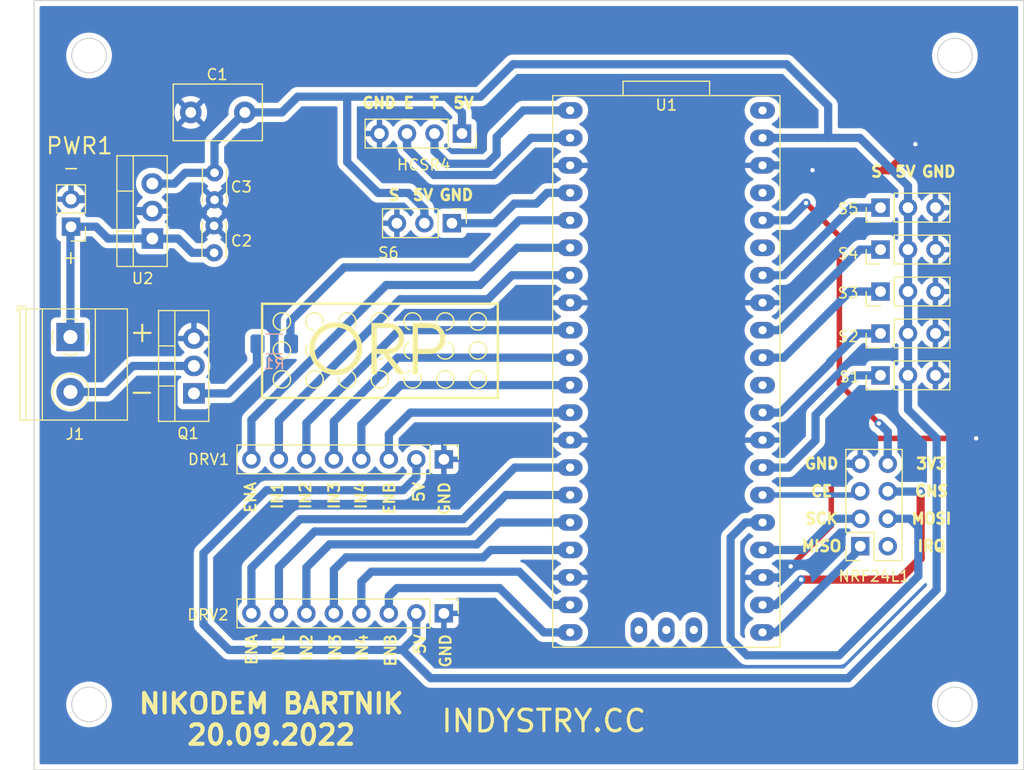
<source format=kicad_pcb>
(kicad_pcb (version 20211014) (generator pcbnew)
  (layers (0 "F.Cu" signal) (31 "B.Cu" signal) (34 "B.Paste" user) (35 "F.Paste" user) (36 "B.SilkS" user "B.Silkscreen") (37 "F.SilkS" user "F.Silkscreen") (38 "B.Mask" user) (39 "F.Mask" user) (44 "Edge.Cuts" user))
  (net 0 "")
  (net 1 "+5V")
  (net 2 "GND")
  (net 3 "+12V")
  (net 4 "Net-(J1-Pad2)")
  (net 5 "S1")
  (net 6 "S4")
  (net 7 "S2")
  (net 8 "S5")
  (net 9 "S3")
  (net 10 "S6")
  (net 11 "CE")
  (net 12 "SCK")
  (net 13 "MISO")
  (net 14 "IRQ")
  (net 15 "MOSI")
  (net 16 "CNS")
  (net 17 "+3V3")
  (net 18 "TRIG")
  (net 19 "ECHO")
  (net 20 "DRV1_ENB")
  (net 21 "DRV1_IN4")
  (net 22 "DRV1_IN3")
  (net 23 "DRV1_IN2")
  (net 24 "DRV1_IN1")
  (net 25 "DRV1_ENA")
  (net 26 "DRV2_ENB")
  (net 27 "DRV2_IN4")
  (net 28 "DRV2_IN3")
  (net 29 "DRV2_IN2")
  (net 30 "DRV2_IN1")
  (net 31 "DRV2_ENA")
  (net 32 "Net-(Q1-Pad1)")
  (net 33 "HP1")
  (footprint "Connector_PinHeader_2.54mm:PinHeader_1x03_P2.54mm_Vertical" (layer "F.Cu") (at 182.350066 89.200185 90)
    (fp_text reference "S2" (at -0.294552 -2.969842 180) (layer "F.SilkS"))
    (fp_text value "S2")
    (pad "1" thru_hole rect (at 0 0 90) (size 1.7 1.7) (drill 1) (layers *.Cu *.Mask) (net 7 "S2"))
    (pad "2" thru_hole oval (at 0 2.54 90) (size 1.7 1.7) (drill 1) (layers *.Cu *.Mask) (net 1 "+5V"))
    (pad "3" thru_hole oval (at 0 5.08 90) (size 1.7 1.7) (drill 1) (layers *.Cu *.Mask) (net 2 "GND"))
  )
  (footprint "Connector_PinHeader_2.54mm:PinHeader_1x03_P2.54mm_Vertical" (layer "F.Cu") (at 142.744794 79.009677 -90)
    (fp_text reference "S6" (at 2.738128 5.858675 180) (layer "F.SilkS"))
    (fp_text value "S6")
    (pad "1" thru_hole rect (at 0 0 270) (size 1.7 1.7) (drill 1) (layers *.Cu *.Mask) (net 10 "S6"))
    (pad "2" thru_hole oval (at 0 2.54 270) (size 1.7 1.7) (drill 1) (layers *.Cu *.Mask) (net 1 "+5V"))
    (pad "3" thru_hole oval (at 0 5.08 270) (size 1.7 1.7) (drill 1) (layers *.Cu *.Mask) (net 2 "GND"))
  )
  (footprint "Connector_PinSocket_2.54mm:PinSocket_2x04_P2.54mm_Vertical" (layer "F.Cu") (at 180.48 108.87 180)
    (fp_text reference "NRF24L1" (at -1.27 -2.77) (layer "F.SilkS"))
    (fp_text value "NRF24L01")
    (pad "1" thru_hole rect (at 0 0 180) (size 1.7 1.7) (drill 1) (layers *.Cu *.Mask) (net 13 "MISO"))
    (pad "2" thru_hole oval (at -2.54 0 180) (size 1.7 1.7) (drill 1) (layers *.Cu *.Mask) (net 14 "IRQ"))
    (pad "3" thru_hole oval (at 0 2.54 180) (size 1.7 1.7) (drill 1) (layers *.Cu *.Mask) (net 12 "SCK"))
    (pad "4" thru_hole oval (at -2.54 2.54 180) (size 1.7 1.7) (drill 1) (layers *.Cu *.Mask) (net 15 "MOSI"))
    (pad "5" thru_hole oval (at 0 5.08 180) (size 1.7 1.7) (drill 1) (layers *.Cu *.Mask) (net 11 "CE"))
    (pad "6" thru_hole oval (at -2.54 5.08 180) (size 1.7 1.7) (drill 1) (layers *.Cu *.Mask) (net 16 "CNS"))
    (pad "7" thru_hole oval (at 0 7.62 180) (size 1.7 1.7) (drill 1) (layers *.Cu *.Mask) (net 2 "GND"))
    (pad "8" thru_hole oval (at -2.54 7.62 180) (size 1.7 1.7) (drill 1) (layers *.Cu *.Mask) (net 17 "+3V3"))
  )
  (footprint "Connector_PinHeader_2.54mm:PinHeader_1x08_P2.54mm_Vertical" (layer "F.Cu") (at 142.001709 115.081334 -90)
    (fp_text reference "DRV2" (at 0.135244 21.795199 180) (layer "F.SilkS"))
    (fp_text value "DRV2")
    (pad "1" thru_hole rect (at 0 0 270) (size 1.7 1.7) (drill 1) (layers *.Cu *.Mask) (net 2 "GND"))
    (pad "2" thru_hole oval (at 0 2.54 270) (size 1.7 1.7) (drill 1) (layers *.Cu *.Mask) (net 1 "+5V"))
    (pad "3" thru_hole oval (at 0 5.08 270) (size 1.7 1.7) (drill 1) (layers *.Cu *.Mask) (net 26 "DRV2_ENB"))
    (pad "4" thru_hole oval (at 0 7.62 270) (size 1.7 1.7) (drill 1) (layers *.Cu *.Mask) (net 27 "DRV2_IN4"))
    (pad "5" thru_hole oval (at 0 10.16 270) (size 1.7 1.7) (drill 1) (layers *.Cu *.Mask) (net 28 "DRV2_IN3"))
    (pad "6" thru_hole oval (at 0 12.7 270) (size 1.7 1.7) (drill 1) (layers *.Cu *.Mask) (net 29 "DRV2_IN2"))
    (pad "7" thru_hole oval (at 0 15.24 270) (size 1.7 1.7) (drill 1) (layers *.Cu *.Mask) (net 30 "DRV2_IN1"))
    (pad "8" thru_hole oval (at 0 17.78 270) (size 1.7 1.7) (drill 1) (layers *.Cu *.Mask) (net 31 "DRV2_ENA"))
  )
  (footprint "Capacitor_THT:C_Disc_D3.0mm_W2.0mm_P2.50mm" (layer "F.Cu") (at 120.774938 81.744299 90)
    (fp_text reference "C2" (at 1.099277 2.533634 180) (layer "F.SilkS"))
    (fp_text value "100u")
    (pad "1" thru_hole circle (at 0 0 90) (size 1.6 1.6) (drill 0.8) (layers *.Cu *.Mask) (net 3 "+12V"))
    (pad "2" thru_hole circle (at 2.5 0 90) (size 1.6 1.6) (drill 0.8) (layers *.Cu *.Mask) (net 2 "GND"))
  )
  (footprint "Connector_PinHeader_2.54mm:PinHeader_1x03_P2.54mm_Vertical" (layer "F.Cu") (at 182.350066 77.568768 90)
    (fp_text reference "S5" (at -0.096581 -2.989379 180) (layer "F.SilkS"))
    (fp_text value "S5")
    (pad "1" thru_hole rect (at 0 0 90) (size 1.7 1.7) (drill 1) (layers *.Cu *.Mask) (net 8 "S5"))
    (pad "2" thru_hole oval (at 0 2.54 90) (size 1.7 1.7) (drill 1) (layers *.Cu *.Mask) (net 1 "+5V"))
    (pad "3" thru_hole oval (at 0 5.08 90) (size 1.7 1.7) (drill 1) (layers *.Cu *.Mask) (net 2 "GND"))
  )
  (footprint "Connector_PinHeader_2.54mm:PinHeader_1x03_P2.54mm_Vertical" (layer "F.Cu") (at 182.350066 81.445907 90)
    (fp_text reference "S4" (at -0.371559 -2.989565 180) (layer "F.SilkS"))
    (fp_text value "S4")
    (pad "1" thru_hole rect (at 0 0 90) (size 1.7 1.7) (drill 1) (layers *.Cu *.Mask) (net 6 "S4"))
    (pad "2" thru_hole oval (at 0 2.54 90) (size 1.7 1.7) (drill 1) (layers *.Cu *.Mask) (net 1 "+5V"))
    (pad "3" thru_hole oval (at 0 5.08 90) (size 1.7 1.7) (drill 1) (layers *.Cu *.Mask) (net 2 "GND"))
  )
  (footprint "Capacitor_THT:C_Disc_D8.0mm_W5.0mm_P5.00mm" (layer "F.Cu") (at 123.615284 68.76294 180)
    (fp_text reference "C1" (at 2.560284 3.502265) (layer "F.SilkS"))
    (fp_text value "C")
    (pad "1" thru_hole circle (at 0 0 180) (size 2 2) (drill 1) (layers *.Cu *.Mask) (net 1 "+5V"))
    (pad "2" thru_hole circle (at 5 0 180) (size 2 2) (drill 1) (layers *.Cu *.Mask) (net 2 "GND"))
  )
  (footprint "LOGO" (layer "F.Cu") (at 136.091952 90.801482)
    (fp_text reference "G***" hide)
    (fp_text value "LOGO" hide)
  )
  (footprint "Connector_PinHeader_2.54mm:PinHeader_1x03_P2.54mm_Vertical" (layer "F.Cu") (at 182.350066 85.323046 90)
    (fp_text reference "S3" (at -0.131102 -2.998292 180) (layer "F.SilkS"))
    (fp_text value "S3")
    (pad "1" thru_hole rect (at 0 0 90) (size 1.7 1.7) (drill 1) (layers *.Cu *.Mask) (net 9 "S3"))
    (pad "2" thru_hole oval (at 0 2.54 90) (size 1.7 1.7) (drill 1) (layers *.Cu *.Mask) (net 1 "+5V"))
    (pad "3" thru_hole oval (at 0 5.08 90) (size 1.7 1.7) (drill 1) (layers *.Cu *.Mask) (net 2 "GND"))
  )
  (footprint "Connector_PinHeader_2.54mm:PinHeader_1x02_P2.54mm_Vertical" (layer "F.Cu") (at 107.55447 79.330594 180)
    (fp_text reference "PWR1" (at -0.78626 7.466743) (layer "F.SilkS") (effects (font (size 1.5 1.5) (thickness 0.2))))
    (fp_text value "VIN")
    (pad "1" thru_hole rect (at 0 0 180) (size 1.7 1.7) (drill 1) (layers *.Cu *.Mask) (net 3 "+12V"))
    (pad "2" thru_hole oval (at 0 2.54 180) (size 1.7 1.7) (drill 1) (layers *.Cu *.Mask) (net 2 "GND"))
  )
  (footprint "Connector_PinHeader_2.54mm:PinHeader_1x08_P2.54mm_Vertical" (layer "F.Cu") (at 142.001709 100.841334 -90)
    (fp_text reference "DRV1" (at 0.006416 21.734266 180) (layer "F.SilkS"))
    (fp_text value "DRV1")
    (pad "1" thru_hole rect (at 0 0 270) (size 1.7 1.7) (drill 1) (layers *.Cu *.Mask) (net 2 "GND"))
    (pad "2" thru_hole oval (at 0 2.54 270) (size 1.7 1.7) (drill 1) (layers *.Cu *.Mask) (net 1 "+5V"))
    (pad "3" thru_hole oval (at 0 5.08 270) (size 1.7 1.7) (drill 1) (layers *.Cu *.Mask) (net 20 "DRV1_ENB"))
    (pad "4" thru_hole oval (at 0 7.62 270) (size 1.7 1.7) (drill 1) (layers *.Cu *.Mask) (net 21 "DRV1_IN4"))
    (pad "5" thru_hole oval (at 0 10.16 270) (size 1.7 1.7) (drill 1) (layers *.Cu *.Mask) (net 22 "DRV1_IN3"))
    (pad "6" thru_hole oval (at 0 12.7 270) (size 1.7 1.7) (drill 1) (layers *.Cu *.Mask) (net 23 "DRV1_IN2"))
    (pad "7" thru_hole oval (at 0 15.24 270) (size 1.7 1.7) (drill 1) (layers *.Cu *.Mask) (net 24 "DRV1_IN1"))
    (pad "8" thru_hole oval (at 0 17.78 270) (size 1.7 1.7) (drill 1) (layers *.Cu *.Mask) (net 25 "DRV1_ENA"))
  )
  (footprint "Connector_PinSocket_2.54mm:PinSocket_1x04_P2.54mm_Vertical" (layer "F.Cu") (at 143.676567 70.718025 -90)
    (fp_text reference "HCSR4" (at 2.894344 3.531213 180) (layer "F.SilkS"))
    (fp_text value "HCSR04")
    (pad "1" thru_hole rect (at 0 0 270) (size 1.7 1.7) (drill 1) (layers *.Cu *.Mask) (net 1 "+5V"))
    (pad "2" thru_hole oval (at 0 2.54 270) (size 1.7 1.7) (drill 1) (layers *.Cu *.Mask) (net 18 "TRIG"))
    (pad "3" thru_hole oval (at 0 5.08 270) (size 1.7 1.7) (drill 1) (layers *.Cu *.Mask) (net 19 "ECHO"))
    (pad "4" thru_hole oval (at 0 7.62 270) (size 1.7 1.7) (drill 1) (layers *.Cu *.Mask) (net 2 "GND"))
  )
  (footprint "Connector_PinHeader_2.54mm:PinHeader_1x03_P2.54mm_Vertical" (layer "F.Cu") (at 182.350066 93.077324 90)
    (fp_text reference "S1" (at -0.136988 -2.835366 180) (layer "F.SilkS"))
    (fp_text value "S1")
    (pad "1" thru_hole rect (at 0 0 90) (size 1.7 1.7) (drill 1) (layers *.Cu *.Mask) (net 5 "S1"))
    (pad "2" thru_hole oval (at 0 2.54 90) (size 1.7 1.7) (drill 1) (layers *.Cu *.Mask) (net 1 "+5V"))
    (pad "3" thru_hole oval (at 0 5.08 90) (size 1.7 1.7) (drill 1) (layers *.Cu *.Mask) (net 2 "GND"))
  )
  (footprint "RaspberryPi:raspberry pi pico" (layer "F.Cu") (at 162.56 68.58)
    (fp_text reference "U1" (at 0 -0.5 unlocked) (layer "F.SilkS"))
    (fp_text value "pi pico")
    (pad "1" thru_hole oval (at -8.89 0) (size 2.3 1.524) (drill 0.762) (layers *.Cu *.Mask) (net 18 "TRIG"))
    (pad "2" thru_hole oval (at -8.89 2.54) (size 2.3 1.524) (drill 0.762) (layers *.Cu *.Mask) (net 19 "ECHO"))
    (pad "3" thru_hole oval (at -8.89 5.08) (size 2.3 1.524) (drill 0.762) (layers *.Cu *.Mask) (net 2 "GND"))
    (pad "4" thru_hole oval (at -8.89 7.62) (size 2.3 1.524) (drill 0.762) (layers *.Cu *.Mask) (net 10 "S6"))
    (pad "5" thru_hole oval (at -8.89 10.16) (size 2.3 1.524) (drill 0.762) (layers *.Cu *.Mask) (net 33 "HP1"))
    (pad "6" thru_hole oval (at -8.89 12.7) (size 2.3 1.524) (drill 0.762) (layers *.Cu *.Mask) (net 25 "DRV1_ENA"))
    (pad "7" thru_hole oval (at -8.89 15.24) (size 2.3 1.524) (drill 0.762) (layers *.Cu *.Mask) (net 24 "DRV1_IN1"))
    (pad "8" thru_hole oval (at -8.89 17.78) (size 2.3 1.524) (drill 0.762) (layers *.Cu *.Mask) (net 2 "GND"))
    (pad "9" thru_hole oval (at -8.89 20.32) (size 2.3 1.524) (drill 0.762) (layers *.Cu *.Mask) (net 23 "DRV1_IN2"))
    (pad "10" thru_hole oval (at -8.89 22.86) (size 2.3 1.524) (drill 0.762) (layers *.Cu *.Mask) (net 22 "DRV1_IN3"))
    (pad "11" thru_hole oval (at -8.89 25.4) (size 2.3 1.524) (drill 0.762) (layers *.Cu *.Mask) (net 21 "DRV1_IN4"))
    (pad "12" thru_hole oval (at -8.89 27.94) (size 2.3 1.524) (drill 0.762) (layers *.Cu *.Mask) (net 20 "DRV1_ENB"))
    (pad "13" thru_hole oval (at -8.89 30.48) (size 2.3 1.524) (drill 0.762) (layers *.Cu *.Mask) (net 2 "GND"))
    (pad "14" thru_hole oval (at -8.89 33.02) (size 2.3 1.524) (drill 0.762) (layers *.Cu *.Mask) (net 31 "DRV2_ENA"))
    (pad "15" thru_hole oval (at -8.89 35.56) (size 2.3 1.524) (drill 0.762) (layers *.Cu *.Mask) (net 30 "DRV2_IN1"))
    (pad "16" thru_hole oval (at -8.89 38.1) (size 2.3 1.524) (drill 0.762) (layers *.Cu *.Mask) (net 29 "DRV2_IN2"))
    (pad "17" thru_hole oval (at -8.89 40.64) (size 2.3 1.524) (drill 0.762) (layers *.Cu *.Mask) (net 28 "DRV2_IN3"))
    (pad "18" thru_hole oval (at -8.89 43.18) (size 2.3 1.524) (drill 0.762) (layers *.Cu *.Mask) (net 2 "GND"))
    (pad "19" thru_hole oval (at -8.89 45.72) (size 2.3 1.524) (drill 0.762) (layers *.Cu *.Mask) (net 27 "DRV2_IN4"))
    (pad "20" thru_hole oval (at -8.89 48.26) (size 2.3 1.524) (drill 0.762) (layers *.Cu *.Mask) (net 26 "DRV2_ENB"))
    (pad "21" thru_hole oval (at 8.89 48.26) (size 2.3 1.524) (drill 0.762) (layers *.Cu *.Mask) (net 13 "MISO"))
    (pad "22" thru_hole oval (at 8.89 45.72) (size 2.3 1.524) (drill 0.762) (layers *.Cu *.Mask) (net 16 "CNS"))
    (pad "23" thru_hole oval (at 8.89 43.18) (size 2.3 1.524) (drill 0.762) (layers *.Cu *.Mask) (net 2 "GND"))
    (pad "24" thru_hole oval (at 8.89 40.64) (size 2.3 1.524) (drill 0.762) (layers *.Cu *.Mask) (net 12 "SCK"))
    (pad "25" thru_hole oval (at 8.89 38.1) (size 2.3 1.524) (drill 0.762) (layers *.Cu *.Mask) (net 15 "MOSI"))
    (pad "26" thru_hole oval (at 8.89 35.56) (size 2.3 1.524) (drill 0.762) (layers *.Cu *.Mask) (net 11 "CE"))
    (pad "27" thru_hole oval (at 8.89 33.02) (size 2.3 1.524) (drill 0.762) (layers *.Cu *.Mask) (net 5 "S1"))
    (pad "28" thru_hole oval (at 8.89 30.48) (size 2.3 1.524) (drill 0.762) (layers *.Cu *.Mask) (net 2 "GND"))
    (pad "29" thru_hole oval (at 8.89 27.94) (size 2.3 1.524) (drill 0.762) (layers *.Cu *.Mask) (net 7 "S2"))
    (pad "30" thru_hole oval (at 8.89 25.4) (size 2.3 1.524) (drill 0.762) (layers *.Cu *.Mask))
    (pad "31" thru_hole oval (at 8.89 22.86) (size 2.3 1.524) (drill 0.762) (layers *.Cu *.Mask) (net 9 "S3"))
    (pad "32" thru_hole oval (at 8.89 20.32) (size 2.3 1.524) (drill 0.762) (layers *.Cu *.Mask) (net 6 "S4"))
    (pad "33" thru_hole oval (at 8.89 17.78) (size 2.3 1.524) (drill 0.762) (layers *.Cu *.Mask) (net 2 "GND"))
    (pad "34" thru_hole oval (at 8.89 15.24) (size 2.3 1.524) (drill 0.762) (layers *.Cu *.Mask) (net 8 "S5"))
    (pad "35" thru_hole oval (at 8.89 12.7) (size 2.3 1.524) (drill 0.762) (layers *.Cu *.Mask))
    (pad "36" thru_hole oval (at 8.89 10.16) (size 2.3 1.524) (drill 0.762) (layers *.Cu *.Mask) (net 17 "+3V3"))
    (pad "37" thru_hole oval (at 8.89 7.62) (size 2.3 1.524) (drill 0.762) (layers *.Cu *.Mask))
    (pad "38" thru_hole oval (at 8.89 5.08) (size 2.3 1.524) (drill 0.762) (layers *.Cu *.Mask) (net 2 "GND"))
    (pad "39" thru_hole oval (at 8.89 2.54) (size 2.3 1.524) (drill 0.762) (layers *.Cu *.Mask) (net 1 "+5V"))
    (pad "40" thru_hole oval (at 8.89 0) (size 2.3 1.524) (drill 0.762) (layers *.Cu *.Mask))
    (pad "41" thru_hole oval (at -2.54 48.03 90) (size 2.3 1.524) (drill 0.762) (layers *.Cu *.Mask))
    (pad "42" thru_hole oval (at 0 48.03 90) (size 2.3 1.524) (drill 0.762) (layers *.Cu *.Mask))
    (pad "43" thru_hole oval (at 2.54 48.03 90) (size 2.3 1.524) (drill 0.762) (layers *.Cu *.Mask))
  )
  (footprint "Package_TO_SOT_THT:TO-220-3_Vertical" (layer "F.Cu") (at 118.910864 94.744963 90)
    (fp_text reference "Q1" (at -3.699542 -0.540952 180) (layer "F.SilkS"))
    (fp_text value "IRFZ44N")
    (pad "1" thru_hole rect (at 0 0 90) (size 1.905 2) (drill 1.1) (layers *.Cu *.Mask) (net 32 "Net-(Q1-Pad1)"))
    (pad "2" thru_hole oval (at 2.54 0 90) (size 1.905 2) (drill 1.1) (layers *.Cu *.Mask) (net 4 "Net-(J1-Pad2)"))
    (pad "3" thru_hole oval (at 5.08 0 90) (size 1.905 2) (drill 1.1) (layers *.Cu *.Mask) (net 2 "GND"))
  )
  (footprint "Package_TO_SOT_THT:TO-220-3_Vertical" (layer "F.Cu") (at 115.06521 80.425927 90)
    (fp_text reference "U2" (at -3.688697 -0.893856 180) (layer "F.SilkS"))
    (fp_text value "L7805")
    (pad "1" thru_hole rect (at 0 0 90) (size 1.905 2) (drill 1.1) (layers *.Cu *.Mask) (net 3 "+12V"))
    (pad "2" thru_hole oval (at 2.54 0 90) (size 1.905 2) (drill 1.1) (layers *.Cu *.Mask) (net 2 "GND"))
    (pad "3" thru_hole oval (at 5.08 0 90) (size 1.905 2) (drill 1.1) (layers *.Cu *.Mask) (net 1 "+5V"))
  )
  (footprint "TerminalBlock_Phoenix:TerminalBlock_Phoenix_MKDS-1,5-2-5.08_1x02_P5.08mm_Horizontal" (layer "F.Cu") (at 107.5 89.53 -90)
    (fp_text reference "J1" (at 8.980854 -0.420886 180) (layer "F.SilkS"))
    (fp_text value "P1")
    (pad "1" thru_hole rect (at 0 0 270) (size 2.6 2.6) (drill 1.3) (layers *.Cu *.Mask) (net 3 "+12V"))
    (pad "2" thru_hole circle (at 5.08 0 270) (size 2.6 2.6) (drill 1.3) (layers *.Cu *.Mask) (net 4 "Net-(J1-Pad2)"))
  )
  (footprint "Capacitor_THT:C_Disc_D3.0mm_W2.0mm_P2.50mm" (layer "F.Cu") (at 120.81163 74.346299 -90)
    (fp_text reference "C3" (at 1.308274 -2.475065 180) (layer "F.SilkS"))
    (fp_text value "10u")
    (pad "1" thru_hole circle (at 0 0 270) (size 1.6 1.6) (drill 0.8) (layers *.Cu *.Mask) (net 1 "+5V"))
    (pad "2" thru_hole circle (at 2.5 0 270) (size 1.6 1.6) (drill 0.8) (layers *.Cu *.Mask) (net 2 "GND"))
  )
  (footprint "Resistor_SMD:R_1206_3216Metric_Pad1.30x1.75mm_HandSolder" (layer "B.Cu") (at 126.335125 90.166286)
    (fp_text reference "R1" (at 0 1.82) (layer "B.SilkS") (effects (justify mirror)))
    (fp_text value "10k")
    (pad "1" smd roundrect (at -1.55 0) (size 1.3 1.75) (layers "B.Cu" "B.Paste" "B.Mask") (roundrect_rratio 0.1923076923) (net 32 "Net-(Q1-Pad1)"))
    (pad "2" smd roundrect (at 1.55 0) (size 1.3 1.75) (layers "B.Cu" "B.Paste" "B.Mask") (roundrect_rratio 0.1923076923) (net 33 "HP1"))
  )
  (gr_circle (center 189.22 63.5) (end 190.82 63.5) (layer "Edge.Cuts") (width 0.1) (fill none))
  (gr_rect (start 104.14 58.42) (end 195.58 129.54) (layer "Edge.Cuts") (width 0.1) (fill none))
  (gr_circle (center 189.22 123.5) (end 190.82 123.5) (layer "Edge.Cuts") (width 0.1) (fill none))
  (gr_circle (center 109.22 123.5) (end 110.82 123.5) (layer "Edge.Cuts") (width 0.1) (fill none))
  (gr_circle (center 109.22 63.5) (end 110.82 63.5) (layer "Edge.Cuts") (width 0.1) (fill none))
  (gr_text "ENA" (at 124.247837 118.427004 90) (layer "F.SilkS") (effects (font (size 1 1) (thickness 0.2))))
  (gr_text "IN1" (at 126.613728 104.191057 90) (layer "F.SilkS") (effects (font (size 1 1) (thickness 0.2))))
  (gr_text "SCK" (at 176.901756 106.323649) (layer "F.SilkS") (effects (font (size 1 1) (thickness 0.25))))
  (gr_text "E" (at 138.764729 67.891606) (layer "F.SilkS") (effects (font (size 1 1) (thickness 0.25))))
  (gr_text "ENA" (at 124.138147 104.357724 90) (layer "F.SilkS") (effects (font (size 1 1) (thickness 0.2))))
  (gr_text "5V" (at 143.826662 67.891606) (layer "F.SilkS") (effects (font (size 1 1) (thickness 0.25))))
  (gr_text "S" (at 137.415238 76.402038) (layer "F.SilkS") (effects (font (size 1 1) (thickness 0.25))))
  (gr_text "IRQ" (at 187.061756 108.863649) (layer "F.SilkS") (effects (font (size 1 1) (thickness 0.25))))
  (gr_text "CNS" (at 187.061756 103.783649) (layer "F.SilkS") (effects (font (size 1 1) (thickness 0.25))))
  (gr_text "IN3" (at 131.974885 118.260337 90) (layer "F.SilkS") (effects (font (size 1 1) (thickness 0.2))))
  (gr_text "5V" (at 140.075138 76.402038) (layer "F.SilkS") (effects (font (size 1 1) (thickness 0.25))))
  (gr_text "GND\n" (at 142.057759 104.476772 90) (layer "F.SilkS") (effects (font (size 1 1) (thickness 0.2))))
  (gr_text "IN4" (at 134.353566 104.191057 90) (layer "F.SilkS") (effects (font (size 1 1) (thickness 0.2))))
  (gr_text "IN1" (at 126.723418 118.260337 90) (layer "F.SilkS") (effects (font (size 1 1) (thickness 0.2))))
  (gr_text "IN3" (at 131.865195 104.191057 90) (layer "F.SilkS") (effects (font (size 1 1) (thickness 0.2))))
  (gr_text "GND" (at 187.730625 74.243842) (layer "F.SilkS") (effects (font (size 1 1) (thickness 0.25))))
  (gr_text "GND" (at 136.024807 67.891606) (layer "F.SilkS") (effects (font (size 1 1) (thickness 0.25))))
  (gr_text "MOSI" (at 187.061756 106.323649) (layer "F.SilkS") (effects (font (size 1 1) (thickness 0.25))))
  (gr_text "NIKODEM BARTNIK\n20.09.2022" (at 126.052022 124.877477) (layer "F.SilkS") (effects (font (size 1.8 1.8) (thickness 0.381))))
  (gr_text "IN4" (at 134.463256 118.260337 90) (layer "F.SilkS") (effects (font (size 1 1) (thickness 0.2))))
  (gr_text "CE" (at 176.901756 103.783649) (layer "F.SilkS") (effects (font (size 1 1) (thickness 0.25))))
  (gr_text "S" (at 181.99084 74.243842) (layer "F.SilkS") (effects (font (size 1 1) (thickness 0.25))))
  (gr_text "GND" (at 176.901756 101.243649) (layer "F.SilkS") (effects (font (size 1 1) (thickness 0.25))))
  (gr_text "-" (at 107.568873 73.870998) (layer "F.SilkS") (effects (font (size 1.27 1.27))))
  (gr_text "+" (at 114.135724 88.996454) (layer "F.SilkS") (effects (font (size 2 2) (thickness 0.2))))
  (gr_text "-" (at 114.100731 94.534621) (layer "F.SilkS") (effects (font (size 2 2) (thickness 0.2))))
  (gr_text "IN2" (at 129.213647 104.191057 90) (layer "F.SilkS") (effects (font (size 1 1) (thickness 0.2))))
  (gr_text "ENB" (at 136.972904 104.429153 90) (layer "F.SilkS") (effects (font (size 1 1) (thickness 0.2))))
  (gr_text "5V" (at 139.7 103.857724 90) (layer "F.SilkS") (effects (font (size 1 1) (thickness 0.2))))
  (gr_text "GND" (at 143.155023 76.402038) (layer "F.SilkS") (effects (font (size 1 1) (thickness 0.25))))
  (gr_text "ENB" (at 137.082594 118.498433 90) (layer "F.SilkS") (effects (font (size 1 1) (thickness 0.2))))
  (gr_text "5V" (at 139.80969 117.927004 90) (layer "F.SilkS") (effects (font (size 1 1) (thickness 0.2))))
  (gr_text "MISO" (at 176.901756 108.863649) (layer "F.SilkS") (effects (font (size 1 1) (thickness 0.25))))
  (gr_text "INDYSTRY.CC" (at 151.242785 125.029941) (layer "F.SilkS") (effects (font (size 2 2) (thickness 0.3))))
  (gr_text "GND\n" (at 142.167449 118.546052 90) (layer "F.SilkS") (effects (font (size 1 1) (thickness 0.2))))
  (gr_text "5V" (at 184.65074 74.243842) (layer "F.SilkS") (effects (font (size 1 1) (thickness 0.25))))
  (gr_text "IN2" (at 129.323337 118.260337 90) (layer "F.SilkS") (effects (font (size 1 1) (thickness 0.2))))
  (gr_text "+" (at 107.538054 82.138054) (layer "F.SilkS") (effects (font (size 1.27 1.27))))
  (gr_text "T" (at 141.112831 67.891606) (layer "F.SilkS") (effects (font (size 1 1) (thickness 0.25))))
  (gr_text "3V3\n" (at 187.061756 101.243649) (layer "F.SilkS") (effects (font (size 1 1) (thickness 0.25))))
  (segment (start 173.682062 64.310682) (end 177.512497 68.141117) (width 0.762) (layer "B.Cu") (net 1))
  (segment (start 115.06521 75.345927) (end 117.113764 75.345927) (width 0.762) (layer "B.Cu") (net 1))
  (segment (start 140.782001 121.072752) (end 138.169417 118.460168) (width 0.762) (layer "B.Cu") (net 1))
  (segment (start 180.442554 71.12) (end 184.890066 75.567512) (width 0.762) (layer "B.Cu") (net 1))
  (segment (start 140.204794 79.009677) (end 140.204794 77.678101) (width 0.762) (layer "B.Cu") (net 1))
  (segment (start 142.214861 67.308583) (end 145.389659 67.308583) (width 0.762) (layer "B.Cu") (net 1))
  (segment (start 177.512497 68.141117) (end 177.512497 71.12) (width 0.762) (layer "B.Cu") (net 1))
  (segment (start 138.735193 76.2085) (end 135.924692 76.2085) (width 0.762) (layer "B.Cu") (net 1))
  (segment (start 127.042585 68.76294) (end 128.496942 67.308583) (width 0.762) (layer "B.Cu") (net 1))
  (segment (start 143.676567 68.770289) (end 143.676567 70.718025) (width 0.762) (layer "B.Cu") (net 1))
  (segment (start 139.461709 102.468513) (end 138.236334 103.693888) (width 0.762) (layer "B.Cu") (net 1))
  (segment (start 138.236334 103.693888) (end 125.611388 103.693888) (width 0.762) (layer "B.Cu") (net 1))
  (segment (start 171.45 71.12) (end 177.512497 71.12) (width 0.762) (layer "B.Cu") (net 1))
  (segment (start 184.890066 93.077324) (end 184.890066 89.200185) (width 0.762) (layer "B.Cu") (net 1))
  (segment (start 120.81163 71.566594) (end 123.615284 68.76294) (width 0.762) (layer "B.Cu") (net 1))
  (segment (start 148.38756 64.310682) (end 173.682062 64.310682) (width 0.762) (layer "B.Cu") (net 1))
  (segment (start 142.214861 67.308583) (end 143.676567 68.770289) (width 0.762) (layer "B.Cu") (net 1))
  (segment (start 119.789637 109.515639) (end 119.789637 116.095779) (width 0.762) (layer "B.Cu") (net 1))
  (segment (start 117.113764 75.345927) (end 118.113392 74.346299) (width 0.762) (layer "B.Cu") (net 1))
  (segment (start 118.113392 74.346299) (end 120.81163 74.346299) (width 0.762) (layer "B.Cu") (net 1))
  (segment (start 133.069584 67.308578) (end 142.214854 67.308578) (width 0.762) (layer "B.Cu") (net 1))
  (segment (start 187.533815 112.892188) (end 179.353251 121.072752) (width 0.762) (layer "B.Cu") (net 1))
  (segment (start 179.353251 121.072752) (end 140.782001 121.072752) (width 0.762) (layer "B.Cu") (net 1))
  (segment (start 184.890066 81.445907) (end 184.890066 85.323046) (width 0.762) (layer "B.Cu") (net 1))
  (segment (start 184.890066 93.077324) (end 184.890066 96.246126) (width 0.762) (layer "B.Cu") (net 1))
  (segment (start 135.924692 76.2085) (end 133.069581 73.353389) (width 0.762) (layer "B.Cu") (net 1))
  (segment (start 119.789637 116.095779) (end 122.154026 118.460168) (width 0.762) (layer "B.Cu") (net 1))
  (segment (start 140.204794 77.678101) (end 138.735193 76.2085) (width 0.762) (layer "B.Cu") (net 1))
  (segment (start 139.461709 117.167876) (end 139.461709 115.081334) (width 0.762) (layer "B.Cu") (net 1))
  (segment (start 125.611388 103.693888) (end 119.789637 109.515639) (width 0.762) (layer "B.Cu") (net 1))
  (segment (start 133.069581 73.353389) (end 133.069581 67.308583) (width 0.762) (layer "B.Cu") (net 1))
  (segment (start 138.169417 118.460168) (end 139.461709 117.167876) (width 0.762) (layer "B.Cu") (net 1))
  (segment (start 177.512497 71.12) (end 180.442554 71.12) (width 0.762) (layer "B.Cu") (net 1))
  (segment (start 187.533815 98.889875) (end 187.533815 112.892188) (width 0.762) (layer "B.Cu") (net 1))
  (segment (start 122.154026 118.460168) (end 138.169417 118.460168) (width 0.762) (layer "B.Cu") (net 1))
  (segment (start 123.615284 68.76294) (end 127.042585 68.76294) (width 0.762) (layer "B.Cu") (net 1))
  (segment (start 184.890066 96.246126) (end 187.533815 98.889875) (width 0.762) (layer "B.Cu") (net 1))
  (segment (start 145.389659 67.308583) (end 148.38756 64.310682) (width 0.762) (layer "B.Cu") (net 1))
  (segment (start 120.81163 74.346299) (end 120.81163 71.566594) (width 0.762) (layer "B.Cu") (net 1))
  (segment (start 139.461709 100.841334) (end 139.461709 102.468513) (width 0.762) (layer "B.Cu") (net 1))
  (segment (start 184.890066 89.200185) (end 184.890066 85.323046) (width 0.762) (layer "B.Cu") (net 1))
  (segment (start 128.496942 67.308583) (end 133.069581 67.308583) (width 0.762) (layer "B.Cu") (net 1))
  (segment (start 184.890066 75.567512) (end 184.890066 81.445907) (width 0.762) (layer "B.Cu") (net 1))
  (segment (start 191.185775 98.899415) (end 179.509903 98.899415) (width 0.508) (layer "F.Cu") (net 2))
  (segment (start 177.8 101.6) (end 177.8 106.981892) (width 0.508) (layer "F.Cu") (net 2))
  (segment (start 177.8 100.609318) (end 177.8 101.6) (width 0.508) (layer "F.Cu") (net 2))
  (segment (start 183.160418 74.103277) (end 185.569418 71.694277) (width 0.762) (layer "F.Cu") (net 2))
  (segment (start 177.8 106.981892) (end 174.048419 110.733473) (width 0.508) (layer "F.Cu") (net 2))
  (segment (start 176.06725 74.103277) (end 183.160418 74.103277) (width 0.762) (layer "F.Cu") (net 2))
  (segment (start 179.509903 98.899415) (end 177.8 100.609318) (width 0.508) (layer "F.Cu") (net 2))
  (via (at 191.185775 98.899415) (size 0.8) (drill 0.4) (layers "F.Cu" "B.Cu") (net 2))
  (via (at 174.048419 110.733473) (size 0.8) (drill 0.4) (layers "F.Cu" "B.Cu") (net 2))
  (via (at 185.569418 71.694277) (size 0.8) (drill 0.4) (layers "F.Cu" "B.Cu") (net 2))
  (via (at 177.8 101.6) (size 0.8) (drill 0.4) (layers "F.Cu" "B.Cu") (net 2))
  (via (at 176.06725 74.103277) (size 0.8) (drill 0.4) (layers "F.Cu" "B.Cu") (net 2))
  (segment (start 178.15 101.25) (end 177.8 101.6) (width 0.762) (layer "B.Cu") (net 2))
  (segment (start 107.55447 76.790594) (end 111.502256 76.790594) (width 0.762) (layer "B.Cu") (net 2))
  (segment (start 111.502256 76.790594) (end 112.597589 77.885927) (width 0.762) (layer "B.Cu") (net 2))
  (segment (start 171.45 73.66) (end 175.623973 73.66) (width 0.762) (layer "B.Cu") (net 2))
  (segment (start 171.45 111.76) (end 173.021892 111.76) (width 0.762) (layer "B.Cu") (net 2))
  (segment (start 174.048419 110.733473) (end 172.974448 111.807444) (width 0.762) (layer "B.Cu") (net 2))
  (segment (start 180.48 101.25) (end 178.15 101.25) (width 0.762) (layer "B.Cu") (net 2))
  (segment (start 175.623973 73.66) (end 176.06725 74.103277) (width 0.762) (layer "B.Cu") (net 2))
  (segment (start 112.597589 77.885927) (end 115.06521 77.885927) (width 0.762) (layer "B.Cu") (net 2))
  (segment (start 173.021892 111.76) (end 174.048419 110.733473) (width 0.762) (layer "B.Cu") (net 2))
  (segment (start 107.5 79.385064) (end 107.55447 79.330594) (width 0.762) (layer "F.Cu") (net 3))
  (segment (start 109.871116 79.330594) (end 110.966449 80.425927) (width 0.762) (layer "B.Cu") (net 3))
  (segment (start 107.55447 79.330594) (end 109.871116 79.330594) (width 0.762) (layer "B.Cu") (net 3))
  (segment (start 107.5 89.53) (end 107.5 79.385064) (width 0.762) (layer "B.Cu") (net 3))
  (segment (start 115.06521 80.425927) (end 117.435061 80.425927) (width 0.762) (layer "B.Cu") (net 3))
  (segment (start 118.753433 81.744299) (end 120.774938 81.744299) (width 0.762) (layer "B.Cu") (net 3))
  (segment (start 117.435061 80.425927) (end 118.753433 81.744299) (width 0.762) (layer "B.Cu") (net 3))
  (segment (start 110.966449 80.425927) (end 115.06521 80.425927) (width 0.762) (layer "B.Cu") (net 3))
  (segment (start 110.853832 94.61) (end 113.258869 92.204963) (width 0.762) (layer "B.Cu") (net 4))
  (segment (start 113.258869 92.204963) (end 118.910864 92.204963) (width 0.762) (layer "B.Cu") (net 4))
  (segment (start 107.5 94.61) (end 110.853832 94.61) (width 0.762) (layer "B.Cu") (net 4))
  (segment (start 171.45 101.6) (end 173.827357 101.6) (width 0.762) (layer "B.Cu") (net 5))
  (segment (start 176.344568 99.082789) (end 176.344568 96.719752) (width 0.762) (layer "B.Cu") (net 5))
  (segment (start 179.986996 93.077324) (end 182.350066 93.077324) (width 0.762) (layer "B.Cu") (net 5))
  (segment (start 173.827357 101.6) (end 176.344568 99.082789) (width 0.762) (layer "B.Cu") (net 5))
  (segment (start 176.344568 96.719752) (end 179.986996 93.077324) (width 0.762) (layer "B.Cu") (net 5))
  (segment (start 171.45 88.9) (end 172.999827 88.9) (width 0.762) (layer "B.Cu") (net 6))
  (segment (start 172.999827 88.9) (end 180.45392 81.445907) (width 0.762) (layer "B.Cu") (net 6))
  (segment (start 180.45392 81.445907) (end 182.350066 81.445907) (width 0.762) (layer "B.Cu") (net 6))
  (segment (start 177.680198 91.822444) (end 180.302457 89.200185) (width 0.762) (layer "B.Cu") (net 7))
  (segment (start 171.45 96.52) (end 173.085383 96.52) (width 0.762) (layer "B.Cu") (net 7))
  (segment (start 173.085383 96.52) (end 177.680198 91.925185) (width 0.762) (layer "B.Cu") (net 7))
  (segment (start 177.680198 91.925185) (end 177.680198 91.822444) (width 0.762) (layer "B.Cu") (net 7))
  (segment (start 180.302457 89.200185) (end 182.350066 89.200185) (width 0.762) (layer "B.Cu") (net 7))
  (segment (start 171.45 83.82) (end 173.424912 83.82) (width 0.762) (layer "B.Cu") (net 8))
  (segment (start 179.676144 77.568768) (end 182.350066 77.568768) (width 0.762) (layer "B.Cu") (net 8))
  (segment (start 173.424912 83.82) (end 179.676144 77.568768) (width 0.762) (layer "B.Cu") (net 8))
  (segment (start 173.405062 91.44) (end 179.522016 85.323046) (width 0.762) (layer "B.Cu") (net 9))
  (segment (start 171.45 91.44) (end 173.405062 91.44) (width 0.762) (layer "B.Cu") (net 9))
  (segment (start 179.522016 85.323046) (end 182.350066 85.323046) (width 0.762) (layer "B.Cu") (net 9))
  (segment (start 151.546019 76.2) (end 153.67 76.2) (width 0.762) (layer "B.Cu") (net 10))
  (segment (start 148.512463 77.196314) (end 150.549705 77.196314) (width 0.762) (layer "B.Cu") (net 10))
  (segment (start 142.744794 79.009677) (end 146.6991 79.009677) (width 0.762) (layer "B.Cu") (net 10))
  (segment (start 146.6991 79.009677) (end 148.512463 77.196314) (width 0.762) (layer "B.Cu") (net 10))
  (segment (start 150.549705 77.196314) (end 151.546019 76.2) (width 0.762) (layer "B.Cu") (net 10))
  (segment (start 180.13 104.14) (end 180.48 103.79) (width 0.508) (layer "F.Cu") (net 11))
  (segment (start 171.8 103.79) (end 171.45 104.14) (width 0.508) (layer "F.Cu") (net 11))
  (segment (start 171.45 104.14) (end 180.13 104.14) (width 0.508) (layer "B.Cu") (net 11))
  (segment (start 178.15 106.33) (end 180.48 106.33) (width 0.762) (layer "B.Cu") (net 12))
  (segment (start 175.26 109.22) (end 178.15 106.33) (width 0.762) (layer "B.Cu") (net 12))
  (segment (start 171.45 109.22) (end 175.26 109.22) (width 0.762) (layer "B.Cu") (net 12))
  (segment (start 180.48 109.08) (end 180.48 108.87) (width 0.762) (layer "F.Cu") (net 13))
  (segment (start 172.72 116.84) (end 180.48 109.08) (width 0.762) (layer "B.Cu") (net 13))
  (segment (start 171.45 116.84) (end 172.72 116.84) (width 0.762) (layer "B.Cu") (net 13))
  (segment (start 185.847982 107.107982) (end 185.07 106.33) (width 0.762) (layer "B.Cu") (net 15))
  (segment (start 169.883276 106.68) (end 168.496214 108.067062) (width 0.762) (layer "B.Cu") (net 15))
  (segment (start 185.07 106.33) (end 183.02 106.33) (width 0.762) (layer "B.Cu") (net 15))
  (segment (start 171.45 106.68) (end 169.883276 106.68) (width 0.762) (layer "B.Cu") (net 15))
  (segment (start 168.496214 117.450715) (end 170.003078 118.957579) (width 0.762) (layer "B.Cu") (net 15))
  (segment (start 178.519143 118.957579) (end 185.847982 111.62874) (width 0.762) (layer "B.Cu") (net 15))
  (segment (start 170.003078 118.957579) (end 178.519143 118.957579) (width 0.762) (layer "B.Cu") (net 15))
  (segment (start 168.496214 108.067062) (end 168.496214 117.450715) (width 0.762) (layer "B.Cu") (net 15))
  (segment (start 185.847982 111.62874) (end 185.847982 107.107982) (width 0.762) (layer "B.Cu") (net 15))
  (segment (start 184.093398 111.958271) (end 175.015464 111.958271) (width 0.762) (layer "F.Cu") (net 16))
  (segment (start 183.049221 103.819221) (end 183.02 103.79) (width 0.762) (layer "F.Cu") (net 16))
  (segment (start 186.05589 109.995779) (end 184.093398 111.958271) (width 0.762) (layer "F.Cu") (net 16))
  (segment (start 186.05589 103.819221) (end 186.05589 109.995779) (width 0.762) (layer "F.Cu") (net 16))
  (via (at 186.05589 103.819221) (size 0.8) (drill 0.4) (layers "F.Cu" "B.Cu") (net 16))
  (via (at 175.015464 111.958271) (size 0.8) (drill 0.4) (layers "F.Cu" "B.Cu") (net 16))
  (segment (start 172.673735 114.3) (end 175.015464 111.958271) (width 0.762) (layer "B.Cu") (net 16))
  (segment (start 186.05589 103.819221) (end 183.049221 103.819221) (width 0.762) (layer "B.Cu") (net 16))
  (segment (start 171.45 114.3) (end 172.673735 114.3) (width 0.762) (layer "B.Cu") (net 16))
  (segment (start 182.194376 97.515794) (end 178.54753 93.868948) (width 0.508) (layer "F.Cu") (net 17))
  (segment (start 178.54753 80.217947) (end 175.46925 77.139667) (width 0.508) (layer "F.Cu") (net 17))
  (segment (start 178.54753 93.868948) (end 178.54753 80.217947) (width 0.508) (layer "F.Cu") (net 17))
  (via (at 182.194376 97.515794) (size 0.8) (drill 0.4) (layers "F.Cu" "B.Cu") (net 17))
  (via (at 175.46925 77.139667) (size 0.8) (drill 0.4) (layers "F.Cu" "B.Cu") (net 17))
  (segment (start 171.45 78.74) (end 173.868917 78.74) (width 0.762) (layer "B.Cu") (net 17))
  (segment (start 182.249955 97.515794) (end 183.02 98.285839) (width 0.762) (layer "B.Cu") (net 17))
  (segment (start 173.868917 78.74) (end 175.46925 77.139667) (width 0.762) (layer "B.Cu") (net 17))
  (segment (start 182.194378 97.515782) (end 182.249953 97.515782) (width 0.762) (layer "B.Cu") (net 17))
  (segment (start 183.02 98.285839) (end 183.02 101.25) (width 0.762) (layer "B.Cu") (net 17))
  (segment (start 146.876722 71.033611) (end 146.876722 72.639611) (width 0.762) (layer "B.Cu") (net 18))
  (segment (start 142.304082 73.509528) (end 141.136567 72.342013) (width 0.762) (layer "B.Cu") (net 18))
  (segment (start 141.136567 72.342013) (end 141.136567 70.718025) (width 0.762) (layer "B.Cu") (net 18))
  (segment (start 153.67 68.58) (end 149.330334 68.58) (width 0.762) (layer "B.Cu") (net 18))
  (segment (start 146.006805 73.509528) (end 142.304082 73.509528) (width 0.762) (layer "B.Cu") (net 18))
  (segment (start 149.330333 68.58) (end 146.876722 71.033611) (width 0.762) (layer "B.Cu") (net 18))
  (segment (start 146.876722 72.639611) (end 146.006805 73.509528) (width 0.762) (layer "B.Cu") (net 18))
  (segment (start 141.091082 74.549388) (end 138.596567 72.054873) (width 0.762) (layer "B.Cu") (net 19))
  (segment (start 148.280906 72.862667) (end 146.594185 74.549388) (width 0.762) (layer "B.Cu") (net 19))
  (segment (start 150.046945 71.12) (end 148.304278 72.862667) (width 0.762) (layer "B.Cu") (net 19))
  (segment (start 146.594185 74.549388) (end 141.091082 74.549388) (width 0.762) (layer "B.Cu") (net 19))
  (segment (start 153.67 71.12) (end 150.046945 71.12) (width 0.762) (layer "B.Cu") (net 19))
  (segment (start 138.596567 72.054873) (end 138.596567 70.718025) (width 0.762) (layer "B.Cu") (net 19))
  (segment (start 148.304278 72.862667) (end 148.280906 72.862667) (width 0.762) (layer "B.Cu") (net 19))
  (segment (start 138.915942 96.52) (end 153.67 96.52) (width 0.762) (layer "B.Cu") (net 20))
  (segment (start 136.921709 100.841334) (end 136.921709 98.514233) (width 0.762) (layer "B.Cu") (net 20))
  (segment (start 136.921709 98.514233) (end 138.915942 96.52) (width 0.762) (layer "B.Cu") (net 20))
  (segment (start 138.020886 93.98) (end 153.67 93.98) (width 0.762) (layer "B.Cu") (net 21))
  (segment (start 134.381709 97.619177) (end 138.020886 93.98) (width 0.762) (layer "B.Cu") (net 21))
  (segment (start 134.381709 100.841334) (end 134.381709 97.619177) (width 0.762) (layer "B.Cu") (net 21))
  (segment (start 131.841709 97.326372) (end 137.728081 91.44) (width 0.762) (layer "B.Cu") (net 22))
  (segment (start 131.841709 100.841334) (end 131.841709 97.326372) (width 0.762) (layer "B.Cu") (net 22))
  (segment (start 137.728081 91.44) (end 153.67 91.44) (width 0.762) (layer "B.Cu") (net 22))
  (segment (start 129.301709 97.479677) (end 137.881386 88.9) (width 0.762) (layer "B.Cu") (net 23))
  (segment (start 129.301709 100.841334) (end 129.301709 97.479677) (width 0.762) (layer "B.Cu") (net 23))
  (segment (start 137.881386 88.9) (end 153.67 88.9) (width 0.762) (layer "B.Cu") (net 23))
  (segment (start 148.292414 83.82) (end 153.67 83.82) (width 0.762) (layer "B.Cu") (net 24))
  (segment (start 146.076027 86.036387) (end 148.292414 83.82) (width 0.762) (layer "B.Cu") (net 24))
  (segment (start 137.979109 86.036387) (end 146.076027 86.036387) (width 0.762) (layer "B.Cu") (net 24))
  (segment (start 126.761709 100.841334) (end 126.761709 97.253787) (width 0.762) (layer "B.Cu") (net 24))
  (segment (start 126.761709 97.253787) (end 137.979109 86.036387) (width 0.762) (layer "B.Cu") (net 24))
  (segment (start 124.221709 100.841334) (end 124.221709 97.184037) (width 0.762) (layer "B.Cu") (net 25))
  (segment (start 136.685387 84.720359) (end 145.339943 84.720359) (width 0.762) (layer "B.Cu") (net 25))
  (segment (start 145.339943 84.720359) (end 148.780302 81.28) (width 0.762) (layer "B.Cu") (net 25))
  (segment (start 124.221709 97.184037) (end 136.685387 84.720359) (width 0.762) (layer "B.Cu") (net 25))
  (segment (start 148.780302 81.28) (end 153.67 81.28) (width 0.762) (layer "B.Cu") (net 25))
  (segment (start 136.921709 113.497364) (end 137.674795 112.744278) (width 0.762) (layer "B.Cu") (net 26))
  (segment (start 147.147222 112.744278) (end 151.242944 116.84) (width 0.762) (layer "B.Cu") (net 26))
  (segment (start 151.242944 116.84) (end 153.67 116.84) (width 0.762) (layer "B.Cu") (net 26))
  (segment (start 137.674795 112.744278) (end 147.147222 112.744278) (width 0.762) (layer "B.Cu") (net 26))
  (segment (start 136.921709 115.081334) (end 136.921709 113.497364) (width 0.762) (layer "B.Cu") (net 26))
  (segment (start 148.961408 111.2275) (end 152.033908 114.3) (width 0.762) (layer "B.Cu") (net 27))
  (segment (start 134.381709 112.156197) (end 135.310406 111.2275) (width 0.762) (layer "B.Cu") (net 27))
  (segment (start 135.310406 111.2275) (end 148.961408 111.2275) (width 0.762) (layer "B.Cu") (net 27))
  (segment (start 134.381709 115.081334) (end 134.381709 112.156197) (width 0.762) (layer "B.Cu") (net 27))
  (segment (start 152.033908 114.3) (end 153.67 114.3) (width 0.762) (layer "B.Cu") (net 27))
  (segment (start 145.645315 109.904037) (end 146.329352 109.22) (width 0.762) (layer "B.Cu") (net 28))
  (segment (start 131.841709 111.038085) (end 132.975757 109.904037) (width 0.762) (layer "B.Cu") (net 28))
  (segment (start 132.975757 109.904037) (end 145.645315 109.904037) (width 0.762) (layer "B.Cu") (net 28))
  (segment (start 131.841709 115.081334) (end 131.841709 111.038085) (width 0.762) (layer "B.Cu") (net 28))
  (segment (start 146.329352 109.22) (end 153.67 109.22) (width 0.762) (layer "B.Cu") (net 28))
  (segment (start 129.301709 115.081334) (end 129.301709 110.841937) (width 0.762) (layer "B.Cu") (net 29))
  (segment (start 145.0505 108.699536) (end 147.070036 106.68) (width 0.762) (layer "B.Cu") (net 29))
  (segment (start 147.070036 106.68) (end 153.67 106.68) (width 0.762) (layer "B.Cu") (net 29))
  (segment (start 131.44411 108.699536) (end 145.0505 108.699536) (width 0.762) (layer "B.Cu") (net 29))
  (segment (start 129.301709 110.841937) (end 131.44411 108.699536) (width 0.762) (layer "B.Cu") (net 29))
  (segment (start 126.761709 110.81308) (end 130.063998 107.510791) (width 0.762) (layer "B.Cu") (net 30))
  (segment (start 126.761709 115.081334) (end 126.761709 110.81308) (width 0.762) (layer "B.Cu") (net 30))
  (segment (start 147.721499 104.14) (end 153.67 104.14) (width 0.762) (layer "B.Cu") (net 30))
  (segment (start 130.063998 107.510791) (end 144.350708 107.510791) (width 0.762) (layer "B.Cu") (net 30))
  (segment (start 144.350708 107.510791) (end 147.721499 104.14) (width 0.762) (layer "B.Cu") (net 30))
  (segment (start 143.781917 106.373207) (end 148.555124 101.6) (width 0.762) (layer "B.Cu") (net 31))
  (segment (start 124.221709 110.877163) (end 128.725665 106.373207) (width 0.762) (layer "B.Cu") (net 31))
  (segment (start 128.725665 106.373207) (end 143.781917 106.373207) (width 0.762) (layer "B.Cu") (net 31))
  (segment (start 148.555124 101.6) (end 153.67 101.6) (width 0.762) (layer "B.Cu") (net 31))
  (segment (start 124.221709 115.081334) (end 124.221709 110.877163) (width 0.762) (layer "B.Cu") (net 31))
  (segment (start 118.910864 94.744963) (end 122.089036 94.744963) (width 0.762) (layer "B.Cu") (net 32))
  (segment (start 124.727654 92.106345) (end 124.727654 90.250074) (width 0.762) (layer "B.Cu") (net 32))
  (segment (start 122.089036 94.744963) (end 124.727654 92.106345) (width 0.762) (layer "B.Cu") (net 32))
  (segment (start 127.827654 90.250074) (end 127.827654 88.049238) (width 0.762) (layer "B.Cu") (net 33))
  (segment (start 148.956806 78.74) (end 153.67 78.74) (width 0.762) (layer "B.Cu") (net 33))
  (segment (start 127.827654 88.049238) (end 132.784839 83.092053) (width 0.762) (layer "B.Cu") (net 33))
  (segment (start 144.604753 83.092053) (end 148.956806 78.74) (width 0.762) (layer "B.Cu") (net 33))
  (segment (start 132.784839 83.092053) (end 144.604753 83.092053) (width 0.762) (layer "B.Cu") (net 33))
  (zone (net 2) (net_name "GND") (layer "B.Cu") (connect_pads (clearance 0.508)) (min_thickness 0.254) (fill yes (thermal_gap 0.508) (thermal_bridge_width 0.508))
    (polygon (pts (xy 195.58 129.54) (xy 104.14 129.54) (xy 104.14 58.42) (xy 195.58 58.42)))
  )
)
</source>
